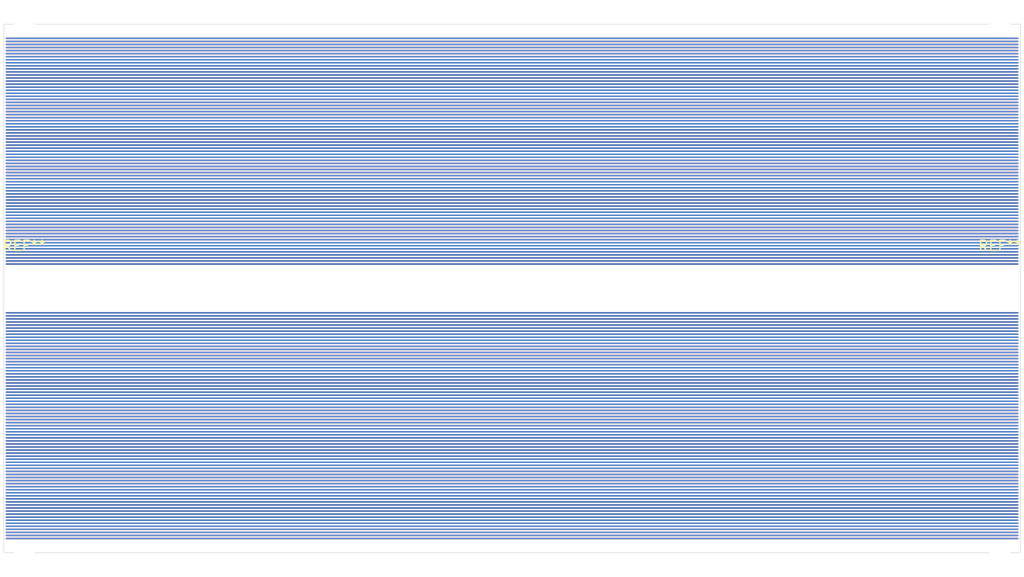
<source format=kicad_pcb>
(kicad_pcb (version 20240108) (generator "pcbnew") (generator_version "8.0")
  (layers (0 "F.Cu" signal) (31 "B.Cu" signal) (39 "F.Mask" user) (44 "Edge.Cuts" user))
  (net 0 "")
  (footprint "MountingHole:MountingHole_2.1mm" (layer "F.Cu") (at 102 132)
    (pad "" np_thru_hole circle (at 0 0) (size 2.1 2.1) (drill 2.1) (layers "F&B.Cu" "*.Mask"))
  )
  (footprint "MountingHole:MountingHole_2.1mm" (layer "F.Cu") (at 102 105)
    (property "Reference" "REF**" (at 0 -3.2 0) (layer "F.SilkS"))
    (property "Value" "MountingHole_2.1mm")
    (pad "" np_thru_hole circle (at 0 0) (size 2.1 2.1) (drill 2.1) (layers "*.Cu" "*.Mask"))
  )
  (footprint "MountingHole:MountingHole_2.1mm" (layer "F.Cu") (at 198 132)
    (pad "" np_thru_hole circle (at 0 0) (size 2.1 2.1) (drill 2.1) (layers "F&B.Cu" "*.Mask"))
  )
  (footprint "MountingHole:MountingHole_2.1mm" (layer "F.Cu") (at 198 80)
    (property "Reference" "REF**" (at 0 -3.2 0) (layer "F.SilkS"))
    (property "Value" "MountingHole_2.1mm")
    (pad "" np_thru_hole circle (at 0 0) (size 2.1 2.1) (drill 2.1) (layers "*.Cu" "*.Mask"))
  )
  (footprint "MountingHole:MountingHole_2.1mm" (layer "F.Cu") (at 102 80)
    (property "Reference" "REF**" (at 0 -3.2 0) (layer "F.SilkS"))
    (property "Value" "MountingHole_2.1mm")
    (pad "" np_thru_hole circle (at 0 0) (size 2.1 2.1) (drill 2.1) (layers "*.Cu" "*.Mask"))
  )
  (footprint "MountingHole:MountingHole_2.1mm" (layer "F.Cu") (at 198 105)
    (property "Reference" "REF**" (at 0 -3.2 0) (layer "F.SilkS"))
    (property "Value" "MountingHole_2.1mm")
    (pad "" np_thru_hole circle (at 0 0) (size 2.1 2.1) (drill 2.1) (layers "*.Cu" "*.Mask"))
  )
  (gr_rect (start 100 80) (end 200 132) (stroke (width 0.05)) (fill none) (layer "Edge.Cuts"))
  (segment (start 100.25 98.2) (end 199.75 98.2) (width 0.15) (layer "F.Cu") (net 0))
  (segment (start 100.25 103) (end 199.75 103) (width 0.15) (layer "F.Cu") (net 0))
  (segment (start 100.25 95.2) (end 199.75 95.2) (width 0.15) (layer "F.Cu") (net 0))
  (segment (start 100.25 111.1) (end 199.75 111.1) (width 0.15) (layer "F.Cu") (net 0))
  (segment (start 100.25 113.8) (end 199.75 113.8) (width 0.15) (layer "F.Cu") (net 0))
  (segment (start 100.25 117.1) (end 199.75 117.1) (width 0.15) (layer "F.Cu") (net 0))
  (segment (start 100.25 109.9) (end 199.75 109.9) (width 0.15) (layer "F.Cu") (net 0))
  (segment (start 100.25 97.3) (end 199.75 97.3) (width 0.15) (layer "F.Cu") (net 0))
  (segment (start 100.25 116.8) (end 199.75 116.8) (width 0.15) (layer "F.Cu") (net 0))
  (segment (start 100.25 127.3) (end 199.75 127.3) (width 0.15) (layer "F.Cu") (net 0))
  (segment (start 100.25 96.1) (end 199.75 96.1) (width 0.15) (layer "F.Cu") (net 0))
  (segment (start 100.25 113.5) (end 199.75 113.5) (width 0.15) (layer "F.Cu") (net 0))
  (segment (start 100.25 118) (end 199.75 118) (width 0.15) (layer "F.Cu") (net 0))
  (segment (start 100.25 88.9) (end 199.75 88.9) (width 0.15) (layer "F.Cu") (net 0))
  (segment (start 100.25 124.6) (end 199.75 124.6) (width 0.15) (layer "F.Cu") (net 0))
  (segment (start 100.25 118.3) (end 199.75 118.3) (width 0.15) (layer "F.Cu") (net 0))
  (segment (start 100.25 122.8) (end 199.75 122.8) (width 0.15) (layer "F.Cu") (net 0))
  (segment (start 100.25 116.2) (end 199.75 116.2) (width 0.15) (layer "F.Cu") (net 0))
  (segment (start 100.25 84.4) (end 199.75 84.4) (width 0.15) (layer "F.Cu") (net 0))
  (segment (start 100.25 109.3) (end 199.75 109.3) (width 0.15) (layer "F.Cu") (net 0))
  (segment (start 100.25 92.8) (end 199.75 92.8) (width 0.15) (layer "F.Cu") (net 0))
  (segment (start 100.25 125.8) (end 199.75 125.8) (width 0.15) (layer "F.Cu") (net 0))
  (segment (start 100.25 82.3) (end 199.75 82.3) (width 0.15) (layer "F.Cu") (net 0))
  (segment (start 100.25 87.7) (end 199.75 87.7) (width 0.15) (layer "F.Cu") (net 0))
  (segment (start 100.25 128.5) (end 199.75 128.5) (width 0.15) (layer "F.Cu") (net 0))
  (segment (start 100.25 111.7) (end 199.75 111.7) (width 0.15) (layer "F.Cu") (net 0))
  (segment (start 100.25 81.4) (end 199.75 81.4) (width 0.15) (layer "F.Cu") (net 0))
  (segment (start 100.25 121.3) (end 199.75 121.3) (width 0.15) (layer "F.Cu") (net 0))
  (segment (start 100.25 85.9) (end 199.75 85.9) (width 0.15) (layer "F.Cu") (net 0))
  (segment (start 100.25 95.8) (end 199.75 95.8) (width 0.15) (layer "F.Cu") (net 0))
  (segment (start 100.25 94.6) (end 199.75 94.6) (width 0.15) (layer "F.Cu") (net 0))
  (segment (start 100.25 90.7) (end 199.75 90.7) (width 0.15) (layer "F.Cu") (net 0))
  (segment (start 100.25 100.9) (end 199.75 100.9) (width 0.15) (layer "F.Cu") (net 0))
  (segment (start 100.25 101.8) (end 199.75 101.8) (width 0.15) (layer "F.Cu") (net 0))
  (segment (start 100.25 130.3) (end 199.75 130.3) (width 0.15) (layer "F.Cu") (net 0))
  (segment (start 100.25 81.7) (end 199.75 81.7) (width 0.15) (layer "F.Cu") (net 0))
  (segment (start 100.25 115) (end 199.75 115) (width 0.15) (layer "F.Cu") (net 0))
  (segment (start 100.25 99.1) (end 199.75 99.1) (width 0.15) (layer "F.Cu") (net 0))
  (segment (start 100.25 94.9) (end 199.75 94.9) (width 0.15) (layer "F.Cu") (net 0))
  (segment (start 100.25 99.7) (end 199.75 99.7) (width 0.15) (layer "F.Cu") (net 0))
  (segment (start 100.25 115.3) (end 199.75 115.3) (width 0.15) (layer "F.Cu") (net 0))
  (segment (start 100.25 91.3) (end 199.75 91.3) (width 0.15) (layer "F.Cu") (net 0))
  (segment (start 100.25 119.2) (end 199.75 119.2) (width 0.15) (layer "F.Cu") (net 0))
  (segment (start 100.25 121) (end 199.75 121) (width 0.15) (layer "F.Cu") (net 0))
  (segment (start 100.25 128.8) (end 199.75 128.8) (width 0.15) (layer "F.Cu") (net 0))
  (segment (start 100.25 120.7) (end 199.75 120.7) (width 0.15) (layer "F.Cu") (net 0))
  (segment (start 100.25 112.9) (end 199.75 112.9) (width 0.15) (layer "F.Cu") (net 0))
  (segment (start 100.25 96.7) (end 199.75 96.7) (width 0.15) (layer "F.Cu") (net 0))
  (segment (start 100.25 97.9) (end 199.75 97.9) (width 0.15) (layer "F.Cu") (net 0))
  (segment (start 100.25 126.7) (end 199.75 126.7) (width 0.15) (layer "F.Cu") (net 0))
  (segment (start 100.25 83.5) (end 199.75 83.5) (width 0.15) (layer "F.Cu") (net 0))
  (segment (start 100.25 124.9) (end 199.75 124.9) (width 0.15) (layer "F.Cu") (net 0))
  (segment (start 100.25 100.6) (end 199.75 100.6) (width 0.15) (layer "F.Cu") (net 0))
  (segment (start 100.25 94) (end 199.75 94) (width 0.15) (layer "F.Cu") (net 0))
  (segment (start 100.25 114.7) (end 199.75 114.7) (width 0.15) (layer "F.Cu") (net 0))
  (segment (start 100.25 127.9) (end 199.75 127.9) (width 0.15) (layer "F.Cu") (net 0))
  (segment (start 100.25 102.4) (end 199.75 102.4) (width 0.15) (layer "F.Cu") (net 0))
  (segment (start 100.25 109) (end 199.75 109) (width 0.15) (layer "F.Cu") (net 0))
  (segment (start 100.25 83.2) (end 199.75 83.2) (width 0.15) (layer "F.Cu") (net 0))
  (segment (start 100.25 89.5) (end 199.75 89.5) (width 0.15) (layer "F.Cu") (net 0))
  (segment (start 100.25 122.5) (end 199.75 122.5) (width 0.15) (layer "F.Cu") (net 0))
  (segment (start 100.25 108.4) (end 199.75 108.4) (width 0.15) (layer "F.Cu") (net 0))
  (segment (start 100.25 92.2) (end 199.75 92.2) (width 0.15) (layer "F.Cu") (net 0))
  (segment (start 100.25 119.5) (end 199.75 119.5) (width 0.15) (layer "F.Cu") (net 0))
  (segment (start 100.25 114.1) (end 199.75 114.1) (width 0.15) (layer "F.Cu") (net 0))
  (segment (start 100.25 125.2) (end 199.75 125.2) (width 0.15) (layer "F.Cu") (net 0))
  (segment (start 100.25 82) (end 199.75 82) (width 0.15) (layer "F.Cu") (net 0))
  (segment (start 100.25 87.1) (end 199.75 87.1) (width 0.15) (layer "F.Cu") (net 0))
  (segment (start 100.25 93.1) (end 199.75 93.1) (width 0.15) (layer "F.Cu") (net 0))
  (segment (start 100.25 84.1) (end 199.75 84.1) (width 0.15) (layer "F.Cu") (net 0))
  (segment (start 100.25 112.3) (end 199.75 112.3) (width 0.15) (layer "F.Cu") (net 0))
  (segment (start 100.25 110.5) (end 199.75 110.5) (width 0.15) (layer "F.Cu") (net 0))
  (segment (start 100.25 87.4) (end 199.75 87.4) (width 0.15) (layer "F.Cu") (net 0))
  (segment (start 100.25 90.4) (end 199.75 90.4) (width 0.15) (layer "F.Cu") (net 0))
  (segment (start 100.25 121.6) (end 199.75 121.6) (width 0.15) (layer "F.Cu") (net 0))
  (segment (start 100.25 91.6) (end 199.75 91.6) (width 0.15) (layer "F.Cu") (net 0))
  (segment (start 100.25 95.5) (end 199.75 95.5) (width 0.15) (layer "F.Cu") (net 0))
  (segment (start 100.25 114.4) (end 199.75 114.4) (width 0.15) (layer "F.Cu") (net 0))
  (segment (start 100.25 85.3) (end 199.75 85.3) (width 0.15) (layer "F.Cu") (net 0))
  (segment (start 100.25 117.4) (end 199.75 117.4) (width 0.15) (layer "F.Cu") (net 0))
  (segment (start 100.25 101.5) (end 199.75 101.5) (width 0.15) (layer "F.Cu") (net 0))
  (segment (start 100.25 94.3) (end 199.75 94.3) (width 0.15) (layer "F.Cu") (net 0))
  (segment (start 100.25 82.6) (end 199.75 82.6) (width 0.15) (layer "F.Cu") (net 0))
  (segment (start 100.25 127) (end 199.75 127) (width 0.15) (layer "F.Cu") (net 0))
  (segment (start 100.25 102.1) (end 199.75 102.1) (width 0.15) (layer "F.Cu") (net 0))
  (segment (start 100.25 92.5) (end 199.75 92.5) (width 0.15) (layer "F.Cu") (net 0))
  (segment (start 100.25 125.5) (end 199.75 125.5) (width 0.15) (layer "F.Cu") (net 0))
  (segment (start 100.25 98.8) (end 199.75 98.8) (width 0.15) (layer "F.Cu") (net 0))
  (segment (start 100.25 111.4) (end 199.75 111.4) (width 0.15) (layer "F.Cu") (net 0))
  (segment (start 100.25 130.6) (end 199.75 130.6) (width 0.15) (layer "F.Cu") (net 0))
  (segment (start 100.25 124) (end 199.75 124) (width 0.15) (layer "F.Cu") (net 0))
  (segment (start 100.25 118.6) (end 199.75 118.6) (width 0.15) (layer "F.Cu") (net 0))
  (segment (start 100.25 86.2) (end 199.75 86.2) (width 0.15) (layer "F.Cu") (net 0))
  (segment (start 100.25 130) (end 199.75 130) (width 0.15) (layer "F.Cu") (net 0))
  (segment (start 100.25 129.1) (end 199.75 129.1) (width 0.15) (layer "F.Cu") (net 0))
  (segment (start 100.25 83.8) (end 199.75 83.8) (width 0.15) (layer "F.Cu") (net 0))
  (segment (start 100.25 86.8) (end 199.75 86.8) (width 0.15) (layer "F.Cu") (net 0))
  (segment (start 100.25 100) (end 199.75 100) (width 0.15) (layer "F.Cu") (net 0))
  (segment (start 100.25 119.8) (end 199.75 119.8) (width 0.15) (layer "F.Cu") (net 0))
  (segment (start 100.25 89.8) (end 199.75 89.8) (width 0.15) (layer "F.Cu") (net 0))
  (segment (start 100.25 115.6) (end 199.75 115.6) (width 0.15) (layer "F.Cu") (net 0))
  (segment (start 100.25 110.2) (end 199.75 110.2) (width 0.15) (layer "F.Cu") (net 0))
  (segment (start 100.25 91) (end 199.75 91) (width 0.15) (layer "F.Cu") (net 0))
  (segment (start 100.25 108.7) (end 199.75 108.7) (width 0.15) (layer "F.Cu") (net 0))
  (segment (start 100.25 88.6) (end 199.75 88.6) (width 0.15) (layer "F.Cu") (net 0))
  (segment (start 100.25 112.6) (end 199.75 112.6) (width 0.15) (layer "F.Cu") (net 0))
  (segment (start 100.25 123.7) (end 199.75 123.7) (width 0.15) (layer "F.Cu") (net 0))
  (segment (start 100.25 91.9) (end 199.75 91.9) (width 0.15) (layer "F.Cu") (net 0))
  (segment (start 100.25 120.4) (end 199.75 120.4) (width 0.15) (layer "F.Cu") (net 0))
  (segment (start 100.25 89.2) (end 199.75 89.2) (width 0.15) (layer "F.Cu") (net 0))
  (segment (start 100.25 127.6) (end 199.75 127.6) (width 0.15) (layer "F.Cu") (net 0))
  (segment (start 100.25 85.6) (end 199.75 85.6) (width 0.15) (layer "F.Cu") (net 0))
  (segment (start 100.25 123.4) (end 199.75 123.4) (width 0.15) (layer "F.Cu") (net 0))
  (segment (start 100.25 98.5) (end 199.75 98.5) (width 0.15) (layer "F.Cu") (net 0))
  (segment (start 100.25 102.7) (end 199.75 102.7) (width 0.15) (layer "F.Cu") (net 0))
  (segment (start 100.25 121.9) (end 199.75 121.9) (width 0.15) (layer "F.Cu") (net 0))
  (segment (start 100.25 88) (end 199.75 88) (width 0.15) (layer "F.Cu") (net 0))
  (segment (start 100.25 120.1) (end 199.75 120.1) (width 0.15) (layer "F.Cu") (net 0))
  (segment (start 100.25 101.2) (end 199.75 101.2) (width 0.15) (layer "F.Cu") (net 0))
  (segment (start 100.25 129.4) (end 199.75 129.4) (width 0.15) (layer "F.Cu") (net 0))
  (segment (start 100.25 103.3) (end 199.75 103.3) (width 0.15) (layer "F.Cu") (net 0))
  (segment (start 100.25 88.3) (end 199.75 88.3) (width 0.15) (layer "F.Cu") (net 0))
  (segment (start 100.25 122.2) (end 199.75 122.2) (width 0.15) (layer "F.Cu") (net 0))
  (segment (start 100.25 128.2) (end 199.75 128.2) (width 0.15) (layer "F.Cu") (net 0))
  (segment (start 100.25 93.7) (end 199.75 93.7) (width 0.15) (layer "F.Cu") (net 0))
  (segment (start 100.25 97.6) (end 199.75 97.6) (width 0.15) (layer "F.Cu") (net 0))
  (segment (start 100.25 112) (end 199.75 112) (width 0.15) (layer "F.Cu") (net 0))
  (segment (start 100.25 96.4) (end 199.75 96.4) (width 0.15) (layer "F.Cu") (net 0))
  (segment (start 100.25 100.3) (end 199.75 100.3) (width 0.15) (layer "F.Cu") (net 0))
  (segment (start 100.25 85) (end 199.75 85) (width 0.15) (layer "F.Cu") (net 0))
  (segment (start 100.25 103.6) (end 199.75 103.6) (width 0.15) (layer "F.Cu") (net 0))
  (segment (start 100.25 90.1) (end 199.75 90.1) (width 0.15) (layer "F.Cu") (net 0))
  (segment (start 100.25 86.5) (end 199.75 86.5) (width 0.15) (layer "F.Cu") (net 0))
  (segment (start 100.25 82.9) (end 199.75 82.9) (width 0.15) (layer "F.Cu") (net 0))
  (segment (start 100.25 116.5) (end 199.75 116.5) (width 0.15) (layer "F.Cu") (net 0))
  (segment (start 100.25 84.7) (end 199.75 84.7) (width 0.15) (layer "F.Cu") (net 0))
  (segment (start 100.25 118.9) (end 199.75 118.9) (width 0.15) (layer "F.Cu") (net 0))
  (segment (start 100.25 129.7) (end 199.75 129.7) (width 0.15) (layer "F.Cu") (net 0))
  (segment (start 100.25 124.3) (end 199.75 124.3) (width 0.15) (layer "F.Cu") (net 0))
  (segment (start 100.25 99.4) (end 199.75 99.4) (width 0.15) (layer "F.Cu") (net 0))
  (segment (start 100.25 115.9) (end 199.75 115.9) (width 0.15) (layer "F.Cu") (net 0))
  (segment (start 100.25 93.4) (end 199.75 93.4) (width 0.15) (layer "F.Cu") (net 0))
  (segment (start 100.25 97) (end 199.75 97) (width 0.15) (layer "F.Cu") (net 0))
  (segment (start 100.25 126.4) (end 199.75 126.4) (width 0.15) (layer "F.Cu") (net 0))
  (segment (start 100.25 113.2) (end 199.75 113.2) (width 0.15) (layer "F.Cu") (net 0))
  (segment (start 100.25 126.1) (end 199.75 126.1) (width 0.15) (layer "F.Cu") (net 0))
  (segment (start 100.25 110.8) (end 199.75 110.8) (width 0.15) (layer "F.Cu") (net 0))
  (segment (start 100.25 117.7) (end 199.75 117.7) (width 0.15) (layer "F.Cu") (net 0))
  (segment (start 100.25 109.6) (end 199.75 109.6) (width 0.15) (layer "F.Cu") (net 0))
  (segment (start 100.25 123.1) (end 199.75 123.1) (width 0.15) (layer "F.Cu") (net 0))
  (segment (start 100.25 122.8) (end 199.75 122.8) (width 0.15) (layer "B.Cu") (net 0))
  (segment (start 100.25 103.6) (end 199.75 103.6) (width 0.15) (layer "B.Cu") (net 0))
  (segment (start 100.25 94) (end 199.75 94) (width 0.15) (layer "B.Cu") (net 0))
  (segment (start 100.25 113.8) (end 199.75 113.8) (width 0.15) (layer "B.Cu") (net 0))
  (segment (start 100.25 119.8) (end 199.75 119.8) (width 0.15) (layer "B.Cu") (net 0))
  (segment (start 100.25 124.6) (end 199.75 124.6) (width 0.15) (layer "B.Cu") (net 0))
  (segment (start 100.25 114.1) (end 199.75 114.1) (width 0.15) (layer "B.Cu") (net 0))
  (segment (start 100.25 83.8) (end 199.75 83.8) (width 0.15) (layer "B.Cu") (net 0))
  (segment (start 100.25 114.4) (end 199.75 114.4) (width 0.15) (layer "B.Cu") (net 0))
  (segment (start 100.25 112.9) (end 199.75 112.9) (width 0.15) (layer "B.Cu") (net 0))
  (segment (start 100.25 88) (end 199.75 88) (width 0.15) (layer "B.Cu") (net 0))
  (segment (start 100.25 100.6) (end 199.75 100.6) (width 0.15) (layer "B.Cu") (net 0))
  (segment (start 100.25 92.2) (end 199.75 92.2) (width 0.15) (layer "B.Cu") (net 0))
  (segment (start 100.25 90.4) (end 199.75 90.4) (width 0.15) (layer "B.Cu") (net 0))
  (segment (start 100.25 125.5) (end 199.75 125.5) (width 0.15) (layer "B.Cu") (net 0))
  (segment (start 100.25 85) (end 199.75 85) (width 0.15) (layer "B.Cu") (net 0))
  (segment (start 100.25 81.4) (end 199.75 81.4) (width 0.15) (layer "B.Cu") (net 0))
  (segment (start 100.25 84.7) (end 199.75 84.7) (width 0.15) (layer "B.Cu") (net 0))
  (segment (start 100.25 118.9) (end 199.75 118.9) (width 0.15) (layer "B.Cu") (net 0))
  (segment (start 100.25 117.1) (end 199.75 117.1) (width 0.15) (layer "B.Cu") (net 0))
  (segment (start 100.25 85.9) (end 199.75 85.9) (width 0.15) (layer "B.Cu") (net 0))
  (segment (start 100.25 90.7) (end 199.75 90.7) (width 0.15) (layer "B.Cu") (net 0))
  (segment (start 100.25 84.4) (end 199.75 84.4) (width 0.15) (layer "B.Cu") (net 0))
  (segment (start 100.25 109) (end 199.75 109) (width 0.15) (layer "B.Cu") (net 0))
  (segment (start 100.25 89.8) (end 199.75 89.8) (width 0.15) (layer "B.Cu") (net 0))
  (segment (start 100.25 112.6) (end 199.75 112.6) (width 0.15) (layer "B.Cu") (net 0))
  (segment (start 100.25 108.4) (end 199.75 108.4) (width 0.15) (layer "B.Cu") (net 0))
  (segment (start 100.25 89.5) (end 199.75 89.5) (width 0.15) (layer "B.Cu") (net 0))
  (segment (start 100.25 99.4) (end 199.75 99.4) (width 0.15) (layer "B.Cu") (net 0))
  (segment (start 100.25 102.4) (end 199.75 102.4) (width 0.15) (layer "B.Cu") (net 0))
  (segment (start 100.25 103.3) (end 199.75 103.3) (width 0.15) (layer "B.Cu") (net 0))
  (segment (start 100.25 94.6) (end 199.75 94.6) (width 0.15) (layer "B.Cu") (net 0))
  (segment (start 100.25 121.3) (end 199.75 121.3) (width 0.15) (layer "B.Cu") (net 0))
  (segment (start 100.25 122.2) (end 199.75 122.2) (width 0.15) (layer "B.Cu") (net 0))
  (segment (start 100.25 125.8) (end 199.75 125.8) (width 0.15) (layer "B.Cu") (net 0))
  (segment (start 100.25 114.7) (end 199.75 114.7) (width 0.15) (layer "B.Cu") (net 0))
  (segment (start 100.25 109.3) (end 199.75 109.3) (width 0.15) (layer "B.Cu") (net 0))
  (segment (start 100.25 89.2) (end 199.75 89.2) (width 0.15) (layer "B.Cu") (net 0))
  (segment (start 100.25 93.7) (end 199.75 93.7) (width 0.15) (layer "B.Cu") (net 0))
  (segment (start 100.25 118.6) (end 199.75 118.6) (width 0.15) (layer "B.Cu") (net 0))
  (segment (start 100.25 117.7) (end 199.75 117.7) (width 0.15) (layer "B.Cu") (net 0))
  (segment (start 100.25 120.4) (end 199.75 120.4) (width 0.15) (layer "B.Cu") (net 0))
  (segment (start 100.25 126.7) (end 199.75 126.7) (width 0.15) (layer "B.Cu") (net 0))
  (segment (start 100.25 93.1) (end 199.75 93.1) (width 0.15) (layer "B.Cu") (net 0))
  (segment (start 100.25 125.2) (end 199.75 125.2) (width 0.15) (layer "B.Cu") (net 0))
  (segment (start 100.25 111.7) (end 199.75 111.7) (width 0.15) (layer "B.Cu") (net 0))
  (segment (start 100.25 118) (end 199.75 118) (width 0.15) (layer "B.Cu") (net 0))
  (segment (start 100.25 118.3) (end 199.75 118.3) (width 0.15) (layer "B.Cu") (net 0))
  (segment (start 100.25 87.1) (end 199.75 87.1) (width 0.15) (layer "B.Cu") (net 0))
  (segment (start 100.25 124.3) (end 199.75 124.3) (width 0.15) (layer "B.Cu") (net 0))
  (segment (start 100.25 110.8) (end 199.75 110.8) (width 0.15) (layer "B.Cu") (net 0))
  (segment (start 100.25 86.8) (end 199.75 86.8) (width 0.15) (layer "B.Cu") (net 0))
  (segment (start 100.25 127) (end 199.75 127) (width 0.15) (layer "B.Cu") (net 0))
  (segment (start 100.25 130.6) (end 199.75 130.6) (width 0.15) (layer "B.Cu") (net 0))
  (segment (start 100.25 101.5) (end 199.75 101.5) (width 0.15) (layer "B.Cu") (net 0))
  (segment (start 100.25 123.1) (end 199.75 123.1) (width 0.15) (layer "B.Cu") (net 0))
  (segment (start 100.25 99.1) (end 199.75 99.1) (width 0.15) (layer "B.Cu") (net 0))
  (segment (start 100.25 130.3) (end 199.75 130.3) (width 0.15) (layer "B.Cu") (net 0))
  (segment (start 100.25 87.4) (end 199.75 87.4) (width 0.15) (layer "B.Cu") (net 0))
  (segment (start 100.25 101.8) (end 199.75 101.8) (width 0.15) (layer "B.Cu") (net 0))
  (segment (start 100.25 82.9) (end 199.75 82.9) (width 0.15) (layer "B.Cu") (net 0))
  (segment (start 100.25 111.1) (end 199.75 111.1) (width 0.15) (layer "B.Cu") (net 0))
  (segment (start 100.25 84.1) (end 199.75 84.1) (width 0.15) (layer "B.Cu") (net 0))
  (segment (start 100.25 95.2) (end 199.75 95.2) (width 0.15) (layer "B.Cu") (net 0))
  (segment (start 100.25 123.7) (end 199.75 123.7) (width 0.15) (layer "B.Cu") (net 0))
  (segment (start 100.25 128.2) (end 199.75 128.2) (width 0.15) (layer "B.Cu") (net 0))
  (segment (start 100.25 113.2) (end 199.75 113.2) (width 0.15) (layer "B.Cu") (net 0))
  (segment (start 100.25 94.9) (end 199.75 94.9) (width 0.15) (layer "B.Cu") (net 0))
  (segment (start 100.25 91.6) (end 199.75 91.6) (width 0.15) (layer "B.Cu") (net 0))
  (segment (start 100.25 129.7) (end 199.75 129.7) (width 0.15) (layer "B.Cu") (net 0))
  (segment (start 100.25 101.2) (end 199.75 101.2) (width 0.15) (layer "B.Cu") (net 0))
  (segment (start 100.25 111.4) (end 199.75 111.4) (width 0.15) (layer "B.Cu") (net 0))
  (segment (start 100.25 129.4) (end 199.75 129.4) (width 0.15) (layer "B.Cu") (net 0))
  (segment (start 100.25 91.3) (end 199.75 91.3) (width 0.15) (layer "B.Cu") (net 0))
  (segment (start 100.25 115.3) (end 199.75 115.3) (width 0.15) (layer "B.Cu") (net 0))
  (segment (start 100.25 126.4) (end 199.75 126.4) (width 0.15) (layer "B.Cu") (net 0))
  (segment (start 100.25 97.3) (end 199.75 97.3) (width 0.15) (layer "B.Cu") (net 0))
  (segment (start 100.25 102.1) (end 199.75 102.1) (width 0.15) (layer "B.Cu") (net 0))
  (segment (start 100.25 121.6) (end 199.75 121.6) (width 0.15) (layer "B.Cu") (net 0))
  (segment (start 100.25 100) (end 199.75 100) (width 0.15) (layer "B.Cu") (net 0))
  (segment (start 100.25 123.4) (end 199.75 123.4) (width 0.15) (layer "B.Cu") (net 0))
  (segment (start 100.25 110.2) (end 199.75 110.2) (width 0.15) (layer "B.Cu") (net 0))
  (segment (start 100.25 127.3) (end 199.75 127.3) (width 0.15) (layer "B.Cu") (net 0))
  (segment (start 100.25 115.6) (end 199.75 115.6) (width 0.15) (layer "B.Cu") (net 0))
  (segment (start 100.25 98.8) (end 199.75 98.8) (width 0.15) (layer "B.Cu") (net 0))
  (segment (start 100.25 88.6) (end 199.75 88.6) (width 0.15) (layer "B.Cu") (net 0))
  (segment (start 100.25 115) (end 199.75 115) (width 0.15) (layer "B.Cu") (net 0))
  (segment (start 100.25 88.9) (end 199.75 88.9) (width 0.15) (layer "B.Cu") (net 0))
  (segment (start 100.25 87.7) (end 199.75 87.7) (width 0.15) (layer "B.Cu") (net 0))
  (segment (start 100.25 129.1) (end 199.75 129.1) (width 0.15) (layer "B.Cu") (net 0))
  (segment (start 100.25 88.3) (end 199.75 88.3) (width 0.15) (layer "B.Cu") (net 0))
  (segment (start 100.25 97.6) (end 199.75 97.6) (width 0.15) (layer "B.Cu") (net 0))
  (segment (start 100.25 96.4) (end 199.75 96.4) (width 0.15) (layer "B.Cu") (net 0))
  (segment (start 100.25 121.9) (end 199.75 121.9) (width 0.15) (layer "B.Cu") (net 0))
  (segment (start 100.25 98.5) (end 199.75 98.5) (width 0.15) (layer "B.Cu") (net 0))
  (segment (start 100.25 122.5) (end 199.75 122.5) (width 0.15) (layer "B.Cu") (net 0))
  (segment (start 100.25 119.5) (end 199.75 119.5) (width 0.15) (layer "B.Cu") (net 0))
  (segment (start 100.25 120.7) (end 199.75 120.7) (width 0.15) (layer "B.Cu") (net 0))
  (segment (start 100.25 100.9) (end 199.75 100.9) (width 0.15) (layer "B.Cu") (net 0))
  (segment (start 100.25 112.3) (end 199.75 112.3) (width 0.15) (layer "B.Cu") (net 0))
  (segment (start 100.25 109.9) (end 199.75 109.9) (width 0.15) (layer "B.Cu") (net 0))
  (segment (start 100.25 90.1) (end 199.75 90.1) (width 0.15) (layer "B.Cu") (net 0))
  (segment (start 100.25 116.8) (end 199.75 116.8) (width 0.15) (layer "B.Cu") (net 0))
  (segment (start 100.25 127.9) (end 199.75 127.9) (width 0.15) (layer "B.Cu") (net 0))
  (segment (start 100.25 83.2) (end 199.75 83.2) (width 0.15) (layer "B.Cu") (net 0))
  (segment (start 100.25 82.3) (end 199.75 82.3) (width 0.15) (layer "B.Cu") (net 0))
  (segment (start 100.25 99.7) (end 199.75 99.7) (width 0.15) (layer "B.Cu") (net 0))
  (segment (start 100.25 86.5) (end 199.75 86.5) (width 0.15) (layer "B.Cu") (net 0))
  (segment (start 100.25 96.7) (end 199.75 96.7) (width 0.15) (layer "B.Cu") (net 0))
  (segment (start 100.25 91.9) (end 199.75 91.9) (width 0.15) (layer "B.Cu") (net 0))
  (segment (start 100.25 128.8) (end 199.75 128.8) (width 0.15) (layer "B.Cu") (net 0))
  (segment (start 100.25 120.1) (end 199.75 120.1) (width 0.15) (layer "B.Cu") (net 0))
  (segment (start 100.25 112) (end 199.75 112) (width 0.15) (layer "B.Cu") (net 0))
  (segment (start 100.25 81.7) (end 199.75 81.7) (width 0.15) (layer "B.Cu") (net 0))
  (segment (start 100.25 96.1) (end 199.75 96.1) (width 0.15) (layer "B.Cu") (net 0))
  (segment (start 100.25 82) (end 199.75 82) (width 0.15) (layer "B.Cu") (net 0))
  (segment (start 100.25 109.6) (end 199.75 109.6) (width 0.15) (layer "B.Cu") (net 0))
  (segment (start 100.25 94.3) (end 199.75 94.3) (width 0.15) (layer "B.Cu") (net 0))
  (segment (start 100.25 95.8) (end 199.75 95.8) (width 0.15) (layer "B.Cu") (net 0))
  (segment (start 100.25 113.5) (end 199.75 113.5) (width 0.15) (layer "B.Cu") (net 0))
  (segment (start 100.25 97) (end 199.75 97) (width 0.15) (layer "B.Cu") (net 0))
  (segment (start 100.25 124) (end 199.75 124) (width 0.15) (layer "B.Cu") (net 0))
  (segment (start 100.25 119.2) (end 199.75 119.2) (width 0.15) (layer "B.Cu") (net 0))
  (segment (start 100.25 117.4) (end 199.75 117.4) (width 0.15) (layer "B.Cu") (net 0))
  (segment (start 100.25 103) (end 199.75 103) (width 0.15) (layer "B.Cu") (net 0))
  (segment (start 100.25 127.6) (end 199.75 127.6) (width 0.15) (layer "B.Cu") (net 0))
  (segment (start 100.25 130) (end 199.75 130) (width 0.15) (layer "B.Cu") (net 0))
  (segment (start 100.25 82.6) (end 199.75 82.6) (width 0.15) (layer "B.Cu") (net 0))
  (segment (start 100.25 116.5) (end 199.75 116.5) (width 0.15) (layer "B.Cu") (net 0))
  (segment (start 100.25 108.7) (end 199.75 108.7) (width 0.15) (layer "B.Cu") (net 0))
  (segment (start 100.25 110.5) (end 199.75 110.5) (width 0.15) (layer "B.Cu") (net 0))
  (segment (start 100.25 97.9) (end 199.75 97.9) (width 0.15) (layer "B.Cu") (net 0))
  (segment (start 100.25 85.6) (end 199.75 85.6) (width 0.15) (layer "B.Cu") (net 0))
  (segment (start 100.25 83.5) (end 199.75 83.5) (width 0.15) (layer "B.Cu") (net 0))
  (segment (start 100.25 126.1) (end 199.75 126.1) (width 0.15) (layer "B.Cu") (net 0))
  (segment (start 100.25 95.5) (end 199.75 95.5) (width 0.15) (layer "B.Cu") (net 0))
  (segment (start 100.25 98.2) (end 199.75 98.2) (width 0.15) (layer "B.Cu") (net 0))
  (segment (start 100.25 115.9) (end 199.75 115.9) (width 0.15) (layer "B.Cu") (net 0))
  (segment (start 100.25 100.3) (end 199.75 100.3) (width 0.15) (layer "B.Cu") (net 0))
  (segment (start 100.25 116.2) (end 199.75 116.2) (width 0.15) (layer "B.Cu") (net 0))
  (segment (start 100.25 92.8) (end 199.75 92.8) (width 0.15) (layer "B.Cu") (net 0))
  (segment (start 100.25 86.2) (end 199.75 86.2) (width 0.15) (layer "B.Cu") (net 0))
  (segment (start 100.25 93.4) (end 199.75 93.4) (width 0.15) (layer "B.Cu") (net 0))
  (segment (start 100.25 128.5) (end 199.75 128.5) (width 0.15) (layer "B.Cu") (net 0))
  (segment (start 100.25 102.7) (end 199.75 102.7) (width 0.15) (layer "B.Cu") (net 0))
  (segment (start 100.25 91) (end 199.75 91) (width 0.15) (layer "B.Cu") (net 0))
  (segment (start 100.25 121) (end 199.75 121) (width 0.15) (layer "B.Cu") (net 0))
  (segment (start 100.25 85.3) (end 199.75 85.3) (width 0.15) (layer "B.Cu") (net 0))
  (segment (start 100.25 92.5) (end 199.75 92.5) (width 0.15) (layer "B.Cu") (net 0))
  (segment (start 100.25 124.9) (end 199.75 124.9) (width 0.15) (layer "B.Cu") (net 0))
)
</source>
